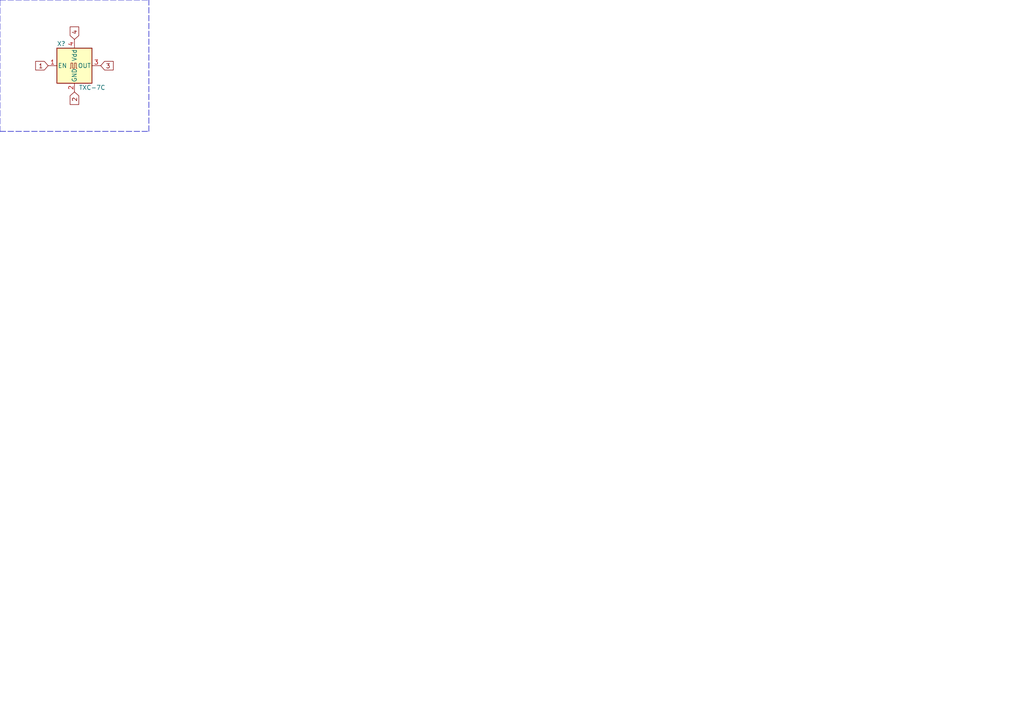
<source format=kicad_sch>
(kicad_sch (version 20201015) (generator eeschema)
  (paper "A4")
  (lib_symbols
    (symbol "ebaz4205:TXC-7C" (pin_names (offset 0.254))
      (property "Reference" "X" (at -5.08 6.35 0))
      (property "Value" "TXC-7C" (at 1.27 -6.35 0))
      (symbol "TXC-7C_0_1"
        (rectangle (start -5.08 5.08) (end 5.08 -5.08) (stroke (width 0.254)) (fill (type background)))
        (polyline (pts (xy -1.27 -0.762) (xy -1.016 -0.762) (xy -1.016 0.762) (xy -0.508 0.762) (xy -0.508 -0.762) (xy 0 -0.762) (xy 0 0.762) (xy 0.508 0.762) (xy 0.508 -0.762) (xy 0.762 -0.762)))
      )
      (symbol "TXC-7C_1_1"
        (pin input line (at -7.62 0 0) (length 2.54) (name "EN") (number "1"))
        (pin power_in line (at 0 -7.62 90) (length 2.54) (name "GND") (number "2"))
        (pin output line (at 7.62 0 180) (length 2.54) (name "OUT") (number "3"))
        (pin power_in line (at 0 7.62 270) (length 2.54) (name "Vdd") (number "4"))
      )
    )
  )
  (polyline (pts (xy 0 0) (xy 0 38.1)) (stroke (width 0) (type dash)))
  (polyline (pts (xy 0 0) (xy 43.18 0)) (stroke (width 0) (type dash)))
  (polyline (pts (xy 0 38.1) (xy 43.18 38.1)) (stroke (width 0) (type dash)))
  (polyline (pts (xy 43.18 38.1) (xy 43.18 0)) (stroke (width 0) (type dash)))
  (text "D X8\nF .*\nV .*" (at 0 0 0) (effects (font (size 1.27 1.27)) (justify left bottom)))
  (global_label "1" (shape input) (at 13.97 19.05 180) (property "Intersheet References" "${INTERSHEET_REFS}" (effects hide)))
  (global_label "4" (shape input) (at 21.59 11.43 90) (property "Intersheet References" "${INTERSHEET_REFS}" (effects hide)))
  (global_label "2" (shape input) (at 21.59 26.67 270) (property "Intersheet References" "${INTERSHEET_REFS}" (effects hide)))
  (global_label "3" (shape input) (at 29.21 19.05 0) (property "Intersheet References" "${INTERSHEET_REFS}" (effects hide)))
  (symbol (lib_id "ebaz4205:TXC-7C") (at 21.59 19.05 0) (unit 1)
    (property "Reference" "X?" (at 16.51 12.7 0) (effects (justify left)))
    (property "Value" "TXC-7C" (at 22.86 25.4 0) (effects (justify left)))
    (property "Footprint" "Oscillator:Oscillator_SMD_TXC_7C-4Pin_5.0x3.2mm" (effects hide))
    (property "Datasheet" "http://www.txccorp.com/download/products/osc/7C_o.pdf" (effects hide))
  )
)
</source>
